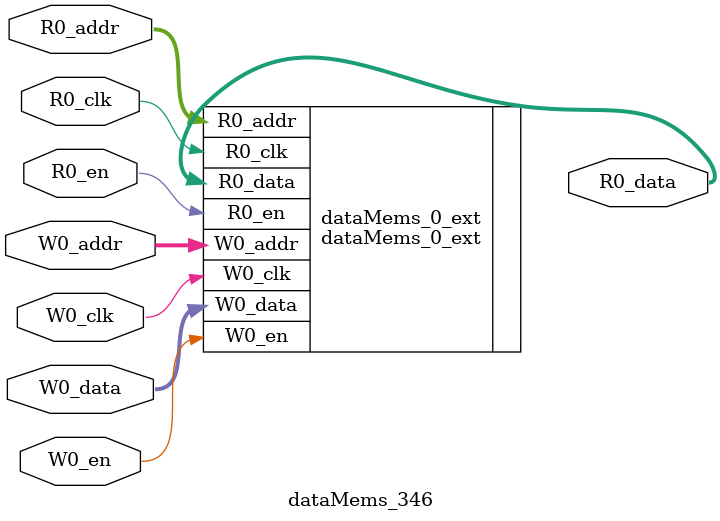
<source format=sv>
`ifndef RANDOMIZE
  `ifdef RANDOMIZE_REG_INIT
    `define RANDOMIZE
  `endif // RANDOMIZE_REG_INIT
`endif // not def RANDOMIZE
`ifndef RANDOMIZE
  `ifdef RANDOMIZE_MEM_INIT
    `define RANDOMIZE
  `endif // RANDOMIZE_MEM_INIT
`endif // not def RANDOMIZE

`ifndef RANDOM
  `define RANDOM $random
`endif // not def RANDOM

// Users can define 'PRINTF_COND' to add an extra gate to prints.
`ifndef PRINTF_COND_
  `ifdef PRINTF_COND
    `define PRINTF_COND_ (`PRINTF_COND)
  `else  // PRINTF_COND
    `define PRINTF_COND_ 1
  `endif // PRINTF_COND
`endif // not def PRINTF_COND_

// Users can define 'ASSERT_VERBOSE_COND' to add an extra gate to assert error printing.
`ifndef ASSERT_VERBOSE_COND_
  `ifdef ASSERT_VERBOSE_COND
    `define ASSERT_VERBOSE_COND_ (`ASSERT_VERBOSE_COND)
  `else  // ASSERT_VERBOSE_COND
    `define ASSERT_VERBOSE_COND_ 1
  `endif // ASSERT_VERBOSE_COND
`endif // not def ASSERT_VERBOSE_COND_

// Users can define 'STOP_COND' to add an extra gate to stop conditions.
`ifndef STOP_COND_
  `ifdef STOP_COND
    `define STOP_COND_ (`STOP_COND)
  `else  // STOP_COND
    `define STOP_COND_ 1
  `endif // STOP_COND
`endif // not def STOP_COND_

// Users can define INIT_RANDOM as general code that gets injected into the
// initializer block for modules with registers.
`ifndef INIT_RANDOM
  `define INIT_RANDOM
`endif // not def INIT_RANDOM

// If using random initialization, you can also define RANDOMIZE_DELAY to
// customize the delay used, otherwise 0.002 is used.
`ifndef RANDOMIZE_DELAY
  `define RANDOMIZE_DELAY 0.002
`endif // not def RANDOMIZE_DELAY

// Define INIT_RANDOM_PROLOG_ for use in our modules below.
`ifndef INIT_RANDOM_PROLOG_
  `ifdef RANDOMIZE
    `ifdef VERILATOR
      `define INIT_RANDOM_PROLOG_ `INIT_RANDOM
    `else  // VERILATOR
      `define INIT_RANDOM_PROLOG_ `INIT_RANDOM #`RANDOMIZE_DELAY begin end
    `endif // VERILATOR
  `else  // RANDOMIZE
    `define INIT_RANDOM_PROLOG_
  `endif // RANDOMIZE
`endif // not def INIT_RANDOM_PROLOG_

// Include register initializers in init blocks unless synthesis is set
`ifndef SYNTHESIS
  `ifndef ENABLE_INITIAL_REG_
    `define ENABLE_INITIAL_REG_
  `endif // not def ENABLE_INITIAL_REG_
`endif // not def SYNTHESIS

// Include rmemory initializers in init blocks unless synthesis is set
`ifndef SYNTHESIS
  `ifndef ENABLE_INITIAL_MEM_
    `define ENABLE_INITIAL_MEM_
  `endif // not def ENABLE_INITIAL_MEM_
`endif // not def SYNTHESIS

module dataMems_346(	// @[generators/ara/src/main/scala/UnsafeAXI4ToTL.scala:365:62]
  input  [4:0]  R0_addr,
  input         R0_en,
  input         R0_clk,
  output [66:0] R0_data,
  input  [4:0]  W0_addr,
  input         W0_en,
  input         W0_clk,
  input  [66:0] W0_data
);

  dataMems_0_ext dataMems_0_ext (	// @[generators/ara/src/main/scala/UnsafeAXI4ToTL.scala:365:62]
    .R0_addr (R0_addr),
    .R0_en   (R0_en),
    .R0_clk  (R0_clk),
    .R0_data (R0_data),
    .W0_addr (W0_addr),
    .W0_en   (W0_en),
    .W0_clk  (W0_clk),
    .W0_data (W0_data)
  );
endmodule


</source>
